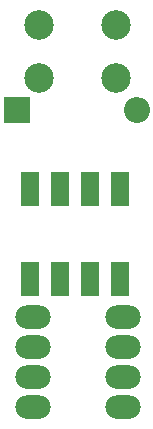
<source format=gbr>
%TF.GenerationSoftware,KiCad,Pcbnew,8.0.5*%
%TF.CreationDate,2025-02-27T19:04:08-06:00*%
%TF.ProjectId,PIC16F15313tht,50494331-3646-4313-9533-31337468742e,rev?*%
%TF.SameCoordinates,Original*%
%TF.FileFunction,Paste,Top*%
%TF.FilePolarity,Positive*%
%FSLAX46Y46*%
G04 Gerber Fmt 4.6, Leading zero omitted, Abs format (unit mm)*
G04 Created by KiCad (PCBNEW 8.0.5) date 2025-02-27 19:04:08*
%MOMM*%
%LPD*%
G01*
G04 APERTURE LIST*
%ADD10C,2.500000*%
%ADD11R,2.200000X2.200000*%
%ADD12O,2.200000X2.200000*%
%ADD13R,1.500000X3.000000*%
%ADD14O,3.000000X2.000000*%
G04 APERTURE END LIST*
D10*
%TO.C,SW1*%
X96750000Y-72250000D03*
X103250000Y-72250000D03*
X96750000Y-76750000D03*
X103250000Y-76750000D03*
%TD*%
D11*
%TO.C,D1*%
X94840000Y-79500000D03*
D12*
X105000000Y-79500000D03*
%TD*%
D13*
%TO.C,SW2*%
X96000000Y-93810000D03*
X98540000Y-93810000D03*
X101080000Y-93810000D03*
X103620000Y-93810000D03*
X103620000Y-86190000D03*
X101080000Y-86190000D03*
X98540000Y-86190000D03*
X96000000Y-86190000D03*
%TD*%
D14*
%TO.C,U1*%
X96190000Y-97000000D03*
X96190000Y-99540000D03*
X96190000Y-102080000D03*
X96190000Y-104620000D03*
X103810000Y-104620000D03*
X103810000Y-102080000D03*
X103810000Y-99540000D03*
X103810000Y-97000000D03*
%TD*%
M02*

</source>
